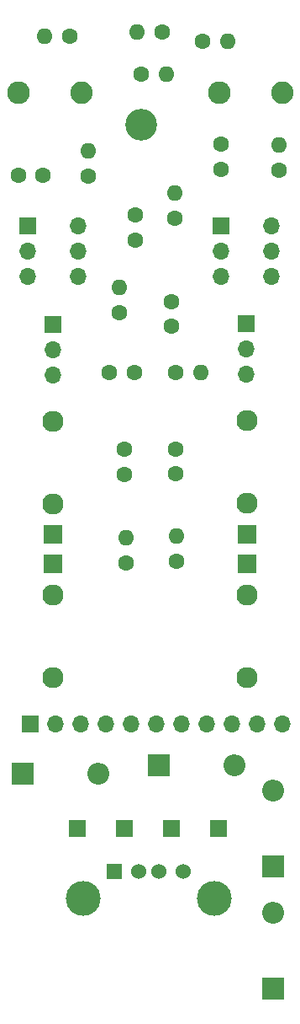
<source format=gbr>
%TF.GenerationSoftware,KiCad,Pcbnew,(6.0.7)*%
%TF.CreationDate,2023-02-07T22:19:33+09:00*%
%TF.ProjectId,scoppy_control,73636f70-7079-45f6-936f-6e74726f6c2e,rev?*%
%TF.SameCoordinates,Original*%
%TF.FileFunction,Soldermask,Bot*%
%TF.FilePolarity,Negative*%
%FSLAX46Y46*%
G04 Gerber Fmt 4.6, Leading zero omitted, Abs format (unit mm)*
G04 Created by KiCad (PCBNEW (6.0.7)) date 2023-02-07 22:19:33*
%MOMM*%
%LPD*%
G01*
G04 APERTURE LIST*
%ADD10C,1.600000*%
%ADD11O,1.600000X1.600000*%
%ADD12R,1.700000X1.700000*%
%ADD13O,1.700000X1.700000*%
%ADD14R,2.200000X2.200000*%
%ADD15O,2.200000X2.200000*%
%ADD16R,1.930000X1.830000*%
%ADD17C,2.130000*%
%ADD18R,1.524000X1.524000*%
%ADD19C,1.524000*%
%ADD20C,3.500000*%
%ADD21C,3.200000*%
%ADD22C,2.250000*%
%ADD23C,2.280000*%
G04 APERTURE END LIST*
D10*
%TO.C,R18*%
X125060000Y-62800000D03*
D11*
X127600000Y-62800000D03*
%TD*%
D12*
%TO.C,SW2*%
X129500000Y-91175000D03*
D13*
X129500000Y-93715000D03*
X129500000Y-96255000D03*
%TD*%
D12*
%TO.C,SW4*%
X126925000Y-81375000D03*
D13*
X132005000Y-81375000D03*
X126925000Y-83915000D03*
X132005000Y-83915000D03*
X126925000Y-86455000D03*
X132005000Y-86455000D03*
%TD*%
D14*
%TO.C,D4*%
X120700000Y-135600000D03*
D15*
X128320000Y-135600000D03*
%TD*%
D10*
%TO.C,C9*%
X118300000Y-82800000D03*
X118300000Y-80300000D03*
%TD*%
%TO.C,R17*%
X111700000Y-62300000D03*
D11*
X109160000Y-62300000D03*
%TD*%
D10*
%TO.C,R15*%
X121000000Y-61900000D03*
D11*
X118460000Y-61900000D03*
%TD*%
D12*
%TO.C,SW3*%
X107525000Y-81375000D03*
D13*
X112605000Y-81375000D03*
X107525000Y-83915000D03*
X112605000Y-83915000D03*
X107525000Y-86455000D03*
X112605000Y-86455000D03*
%TD*%
D10*
%TO.C,R16*%
X118905000Y-66100000D03*
D11*
X121445000Y-66100000D03*
%TD*%
D16*
%TO.C,J1*%
X110000000Y-112380000D03*
D17*
X110000000Y-100980000D03*
X110000000Y-109280000D03*
%TD*%
D12*
%TO.C,VBUS*%
X112500000Y-141900000D03*
%TD*%
D10*
%TO.C,R5*%
X117366700Y-115200000D03*
D11*
X117366700Y-112660000D03*
%TD*%
D10*
%TO.C,C21*%
X118200000Y-96100000D03*
X115700000Y-96100000D03*
%TD*%
D12*
%TO.C,REF5*%
X107700000Y-131400000D03*
D13*
X110240000Y-131400000D03*
X112780000Y-131400000D03*
X115320000Y-131400000D03*
X117860000Y-131400000D03*
X120400000Y-131400000D03*
X122940000Y-131400000D03*
X125480000Y-131400000D03*
X128020000Y-131400000D03*
X130560000Y-131400000D03*
X133100000Y-131400000D03*
%TD*%
D10*
%TO.C,C3*%
X117200000Y-106350000D03*
X117200000Y-103850000D03*
%TD*%
%TO.C,R12*%
X116700000Y-90100000D03*
D11*
X116700000Y-87560000D03*
%TD*%
D12*
%TO.C,TP2*%
X117233300Y-141900000D03*
%TD*%
D10*
%TO.C,C16*%
X122000000Y-88950000D03*
X122000000Y-91450000D03*
%TD*%
%TO.C,R6*%
X122500000Y-115100000D03*
D11*
X122500000Y-112560000D03*
%TD*%
D18*
%TO.C,J8*%
X116180000Y-146185000D03*
D19*
X118680000Y-146185000D03*
X120680000Y-146185000D03*
X123180000Y-146185000D03*
D20*
X126250000Y-148895000D03*
X113110000Y-148895000D03*
%TD*%
D12*
%TO.C,GND*%
X126700000Y-141900000D03*
%TD*%
D21*
%TO.C,REF1*%
X118900000Y-71200000D03*
%TD*%
D16*
%TO.C,J4*%
X110000000Y-115320000D03*
D17*
X110000000Y-126720000D03*
X110000000Y-118420000D03*
%TD*%
D14*
%TO.C,D3*%
X106990000Y-136400000D03*
D15*
X114610000Y-136400000D03*
%TD*%
D14*
%TO.C,D6*%
X132200000Y-158000000D03*
D15*
X132200000Y-150380000D03*
%TD*%
D10*
%TO.C,C10*%
X127000000Y-73200000D03*
X127000000Y-75700000D03*
%TD*%
%TO.C,C15*%
X106550000Y-76300000D03*
X109050000Y-76300000D03*
%TD*%
D12*
%TO.C,SW1*%
X110000000Y-91275000D03*
D13*
X110000000Y-93815000D03*
X110000000Y-96355000D03*
%TD*%
D10*
%TO.C,R8*%
X132800000Y-75800000D03*
D11*
X132800000Y-73260000D03*
%TD*%
D16*
%TO.C,J2*%
X129600000Y-112350000D03*
D17*
X129600000Y-100950000D03*
X129600000Y-109250000D03*
%TD*%
D10*
%TO.C,R7*%
X113600000Y-76400000D03*
D11*
X113600000Y-73860000D03*
%TD*%
D16*
%TO.C,J5*%
X129600000Y-115320000D03*
D17*
X129600000Y-126720000D03*
X129600000Y-118420000D03*
%TD*%
D12*
%TO.C,TP3*%
X121966700Y-141900000D03*
%TD*%
D22*
%TO.C,C6*%
X133129500Y-68000000D03*
D23*
X126754500Y-68000000D03*
%TD*%
D10*
%TO.C,C4*%
X122400000Y-106300000D03*
X122400000Y-103800000D03*
%TD*%
D22*
%TO.C,C5*%
X112929500Y-68000000D03*
D23*
X106554500Y-68000000D03*
%TD*%
D10*
%TO.C,R14*%
X122300000Y-80600000D03*
D11*
X122300000Y-78060000D03*
%TD*%
D14*
%TO.C,D5*%
X132200000Y-145710000D03*
D15*
X132200000Y-138090000D03*
%TD*%
D10*
%TO.C,R21*%
X122355000Y-96100000D03*
D11*
X124895000Y-96100000D03*
%TD*%
M02*

</source>
